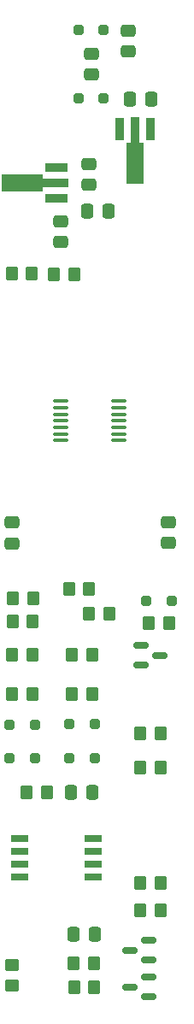
<source format=gbr>
%TF.GenerationSoftware,KiCad,Pcbnew,7.0.8*%
%TF.CreationDate,2024-02-17T17:12:52+11:00*%
%TF.ProjectId,JNTUB,4a4e5455-422e-46b6-9963-61645f706362,rev?*%
%TF.SameCoordinates,Original*%
%TF.FileFunction,Paste,Top*%
%TF.FilePolarity,Positive*%
%FSLAX46Y46*%
G04 Gerber Fmt 4.6, Leading zero omitted, Abs format (unit mm)*
G04 Created by KiCad (PCBNEW 7.0.8) date 2024-02-17 17:12:52*
%MOMM*%
%LPD*%
G01*
G04 APERTURE LIST*
G04 Aperture macros list*
%AMRoundRect*
0 Rectangle with rounded corners*
0 $1 Rounding radius*
0 $2 $3 $4 $5 $6 $7 $8 $9 X,Y pos of 4 corners*
0 Add a 4 corners polygon primitive as box body*
4,1,4,$2,$3,$4,$5,$6,$7,$8,$9,$2,$3,0*
0 Add four circle primitives for the rounded corners*
1,1,$1+$1,$2,$3*
1,1,$1+$1,$4,$5*
1,1,$1+$1,$6,$7*
1,1,$1+$1,$8,$9*
0 Add four rect primitives between the rounded corners*
20,1,$1+$1,$2,$3,$4,$5,0*
20,1,$1+$1,$4,$5,$6,$7,0*
20,1,$1+$1,$6,$7,$8,$9,0*
20,1,$1+$1,$8,$9,$2,$3,0*%
%AMFreePoly0*
4,1,9,5.362500,-0.866500,1.237500,-0.866500,1.237500,-0.450000,-1.237500,-0.450000,-1.237500,0.450000,1.237500,0.450000,1.237500,0.866500,5.362500,0.866500,5.362500,-0.866500,5.362500,-0.866500,$1*%
G04 Aperture macros list end*
%ADD10RoundRect,0.250000X-0.475000X0.337500X-0.475000X-0.337500X0.475000X-0.337500X0.475000X0.337500X0*%
%ADD11RoundRect,0.250000X-0.250000X-0.250000X0.250000X-0.250000X0.250000X0.250000X-0.250000X0.250000X0*%
%ADD12RoundRect,0.250000X-0.350000X-0.450000X0.350000X-0.450000X0.350000X0.450000X-0.350000X0.450000X0*%
%ADD13RoundRect,0.250000X0.350000X0.450000X-0.350000X0.450000X-0.350000X-0.450000X0.350000X-0.450000X0*%
%ADD14RoundRect,0.250000X-0.337500X-0.475000X0.337500X-0.475000X0.337500X0.475000X-0.337500X0.475000X0*%
%ADD15R,0.900000X2.300000*%
%ADD16FreePoly0,270.000000*%
%ADD17RoundRect,0.250000X0.337500X0.475000X-0.337500X0.475000X-0.337500X-0.475000X0.337500X-0.475000X0*%
%ADD18R,1.700000X0.650000*%
%ADD19R,2.300000X0.900000*%
%ADD20FreePoly0,180.000000*%
%ADD21RoundRect,0.100000X-0.637500X-0.100000X0.637500X-0.100000X0.637500X0.100000X-0.637500X0.100000X0*%
%ADD22RoundRect,0.150000X0.587500X0.150000X-0.587500X0.150000X-0.587500X-0.150000X0.587500X-0.150000X0*%
%ADD23RoundRect,0.250000X0.450000X-0.350000X0.450000X0.350000X-0.450000X0.350000X-0.450000X-0.350000X0*%
%ADD24RoundRect,0.150000X-0.587500X-0.150000X0.587500X-0.150000X0.587500X0.150000X-0.587500X0.150000X0*%
%ADD25RoundRect,0.250000X0.250000X0.250000X-0.250000X0.250000X-0.250000X-0.250000X0.250000X-0.250000X0*%
%ADD26RoundRect,0.250000X0.475000X-0.337500X0.475000X0.337500X-0.475000X0.337500X-0.475000X-0.337500X0*%
G04 APERTURE END LIST*
D10*
%TO.C,C2*%
X205900000Y-61987500D03*
X205900000Y-64062500D03*
%TD*%
D11*
%TO.C,D11*%
X204625000Y-66425000D03*
X207125000Y-66425000D03*
%TD*%
%TO.C,D1*%
X203720000Y-128420000D03*
X206220000Y-128420000D03*
%TD*%
D12*
%TO.C,R4*%
X203970000Y-121580000D03*
X205970000Y-121580000D03*
%TD*%
%TO.C,R13*%
X210740000Y-144150000D03*
X212740000Y-144150000D03*
%TD*%
D13*
%TO.C,R26*%
X201480000Y-135160000D03*
X199480000Y-135160000D03*
%TD*%
D10*
%TO.C,C8*%
X198060000Y-108432500D03*
X198060000Y-110507500D03*
%TD*%
D12*
%TO.C,R25*%
X202200000Y-83875000D03*
X204200000Y-83875000D03*
%TD*%
D11*
%TO.C,D4*%
X197800000Y-131830000D03*
X200300000Y-131830000D03*
%TD*%
D14*
%TO.C,C6*%
X205487500Y-77625000D03*
X207562500Y-77625000D03*
%TD*%
D12*
%TO.C,R24*%
X198000000Y-83825000D03*
X200000000Y-83825000D03*
%TD*%
D15*
%TO.C,U4*%
X211725000Y-69475000D03*
D16*
X210225000Y-69562500D03*
D15*
X208725000Y-69475000D03*
%TD*%
D10*
%TO.C,C1*%
X209550000Y-59712500D03*
X209550000Y-61787500D03*
%TD*%
D17*
%TO.C,C10*%
X205977500Y-135150000D03*
X203902500Y-135150000D03*
%TD*%
D12*
%TO.C,R2*%
X203950000Y-125450000D03*
X205950000Y-125450000D03*
%TD*%
D18*
%TO.C,U1*%
X198780000Y-139745000D03*
X198780000Y-141015000D03*
X198780000Y-142285000D03*
X198780000Y-143555000D03*
X206080000Y-143555000D03*
X206080000Y-142285000D03*
X206080000Y-141015000D03*
X206080000Y-139745000D03*
%TD*%
D19*
%TO.C,U3*%
X202450000Y-76300000D03*
D20*
X202362500Y-74800000D03*
D19*
X202450000Y-73300000D03*
%TD*%
D21*
%TO.C,U2*%
X202877500Y-96440000D03*
X202877500Y-97090000D03*
X202877500Y-97740000D03*
X202877500Y-98390000D03*
X202877500Y-99040000D03*
X202877500Y-99690000D03*
X202877500Y-100340000D03*
X208602500Y-100340000D03*
X208602500Y-99690000D03*
X208602500Y-99040000D03*
X208602500Y-98390000D03*
X208602500Y-97740000D03*
X208602500Y-97090000D03*
X208602500Y-96440000D03*
%TD*%
D12*
%TO.C,R18*%
X210740000Y-146830000D03*
X212740000Y-146830000D03*
%TD*%
D22*
%TO.C,Q1*%
X211567500Y-151760000D03*
X211567500Y-149860000D03*
X209692500Y-150810000D03*
%TD*%
%TO.C,Q2*%
X211597500Y-155410000D03*
X211597500Y-153510000D03*
X209722500Y-154460000D03*
%TD*%
D23*
%TO.C,R28*%
X198060000Y-154310000D03*
X198060000Y-152310000D03*
%TD*%
D12*
%TO.C,R27*%
X204180000Y-154480000D03*
X206180000Y-154480000D03*
%TD*%
%TO.C,R22*%
X204160000Y-152110000D03*
X206160000Y-152110000D03*
%TD*%
%TO.C,R20*%
X210740000Y-132690000D03*
X212740000Y-132690000D03*
%TD*%
D24*
%TO.C,Q3*%
X210802500Y-120650000D03*
X210802500Y-122550000D03*
X212677500Y-121600000D03*
%TD*%
D12*
%TO.C,R16*%
X211600000Y-118425000D03*
X213600000Y-118425000D03*
%TD*%
D25*
%TO.C,D5*%
X213850000Y-116175000D03*
X211350000Y-116175000D03*
%TD*%
D26*
%TO.C,C9*%
X213490000Y-110477500D03*
X213490000Y-108402500D03*
%TD*%
D12*
%TO.C,R5*%
X203680000Y-115060000D03*
X205680000Y-115060000D03*
%TD*%
%TO.C,R6*%
X205670000Y-117510000D03*
X207670000Y-117510000D03*
%TD*%
D13*
%TO.C,R11*%
X200110000Y-115920000D03*
X198110000Y-115920000D03*
%TD*%
%TO.C,R12*%
X200100000Y-118270000D03*
X198100000Y-118270000D03*
%TD*%
%TO.C,R10*%
X200050000Y-121530000D03*
X198050000Y-121530000D03*
%TD*%
%TO.C,R8*%
X200030000Y-125440000D03*
X198030000Y-125440000D03*
%TD*%
D25*
%TO.C,D3*%
X200300000Y-128470000D03*
X197800000Y-128470000D03*
%TD*%
%TO.C,D2*%
X206210000Y-131810000D03*
X203710000Y-131810000D03*
%TD*%
D12*
%TO.C,R14*%
X210750000Y-129350000D03*
X212750000Y-129350000D03*
%TD*%
D25*
%TO.C,D10*%
X207125000Y-59700000D03*
X204625000Y-59700000D03*
%TD*%
D26*
%TO.C,C4*%
X202850000Y-80687500D03*
X202850000Y-78612500D03*
%TD*%
D17*
%TO.C,C12*%
X206207500Y-149270000D03*
X204132500Y-149270000D03*
%TD*%
%TO.C,C5*%
X211812500Y-66475000D03*
X209737500Y-66475000D03*
%TD*%
D10*
%TO.C,C3*%
X205625000Y-72937500D03*
X205625000Y-75012500D03*
%TD*%
M02*

</source>
